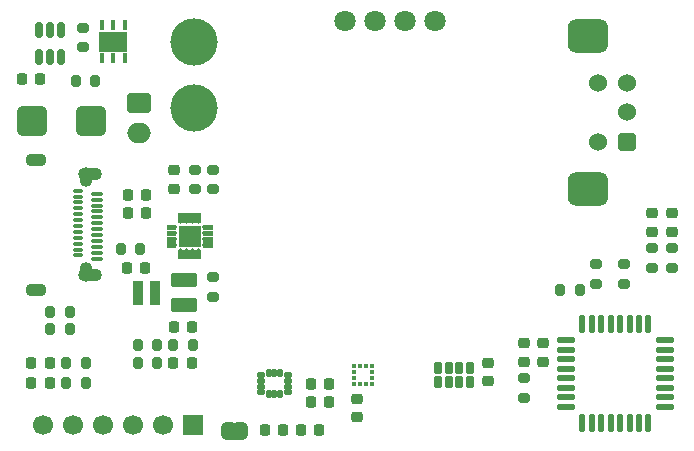
<source format=gts>
G04 #@! TF.GenerationSoftware,KiCad,Pcbnew,9.0.1*
G04 #@! TF.CreationDate,2025-10-21T09:50:54-05:00*
G04 #@! TF.ProjectId,STM32 Cyber Watch,53544d33-3220-4437-9962-657220576174,rev?*
G04 #@! TF.SameCoordinates,Original*
G04 #@! TF.FileFunction,Soldermask,Top*
G04 #@! TF.FilePolarity,Negative*
%FSLAX46Y46*%
G04 Gerber Fmt 4.6, Leading zero omitted, Abs format (unit mm)*
G04 Created by KiCad (PCBNEW 9.0.1) date 2025-10-21 09:50:54*
%MOMM*%
%LPD*%
G01*
G04 APERTURE LIST*
G04 Aperture macros list*
%AMRoundRect*
0 Rectangle with rounded corners*
0 $1 Rounding radius*
0 $2 $3 $4 $5 $6 $7 $8 $9 X,Y pos of 4 corners*
0 Add a 4 corners polygon primitive as box body*
4,1,4,$2,$3,$4,$5,$6,$7,$8,$9,$2,$3,0*
0 Add four circle primitives for the rounded corners*
1,1,$1+$1,$2,$3*
1,1,$1+$1,$4,$5*
1,1,$1+$1,$6,$7*
1,1,$1+$1,$8,$9*
0 Add four rect primitives between the rounded corners*
20,1,$1+$1,$2,$3,$4,$5,0*
20,1,$1+$1,$4,$5,$6,$7,0*
20,1,$1+$1,$6,$7,$8,$9,0*
20,1,$1+$1,$8,$9,$2,$3,0*%
%AMFreePoly0*
4,1,23,0.000000,0.745722,0.065263,0.745722,0.191342,0.711940,0.304381,0.646677,0.396677,0.554381,0.461940,0.441342,0.495722,0.315263,0.495722,0.250000,0.500000,0.250000,0.500000,-0.250000,0.495722,-0.250000,0.495722,-0.315263,0.461940,-0.441342,0.396677,-0.554381,0.304381,-0.646677,0.191342,-0.711940,0.065263,-0.745722,0.000000,-0.745722,0.000000,-0.750000,-0.500000,-0.750000,
-0.500000,0.750000,0.000000,0.750000,0.000000,0.745722,0.000000,0.745722,$1*%
%AMFreePoly1*
4,1,23,0.500000,-0.750000,0.000000,-0.750000,0.000000,-0.745722,-0.065263,-0.745722,-0.191342,-0.711940,-0.304381,-0.646677,-0.396677,-0.554381,-0.461940,-0.441342,-0.495722,-0.315263,-0.495722,-0.250000,-0.500000,-0.250000,-0.500000,0.250000,-0.495722,0.250000,-0.495722,0.315263,-0.461940,0.441342,-0.396677,0.554381,-0.304381,0.646677,-0.191342,0.711940,-0.065263,0.745722,0.000000,0.745722,
0.000000,0.750000,0.500000,0.750000,0.500000,-0.750000,0.500000,-0.750000,$1*%
G04 Aperture macros list end*
%ADD10C,0.010000*%
%ADD11C,0.200000*%
%ADD12RoundRect,0.225000X0.250000X-0.225000X0.250000X0.225000X-0.250000X0.225000X-0.250000X-0.225000X0*%
%ADD13RoundRect,0.225000X-0.250000X0.225000X-0.250000X-0.225000X0.250000X-0.225000X0.250000X0.225000X0*%
%ADD14RoundRect,0.225000X-0.225000X-0.250000X0.225000X-0.250000X0.225000X0.250000X-0.225000X0.250000X0*%
%ADD15RoundRect,0.225000X0.225000X0.250000X-0.225000X0.250000X-0.225000X-0.250000X0.225000X-0.250000X0*%
%ADD16RoundRect,0.218750X-0.218750X-0.256250X0.218750X-0.256250X0.218750X0.256250X-0.218750X0.256250X0*%
%ADD17RoundRect,0.218750X-0.256250X0.218750X-0.256250X-0.218750X0.256250X-0.218750X0.256250X0.218750X0*%
%ADD18RoundRect,0.050000X-0.375000X0.100000X-0.375000X-0.100000X0.375000X-0.100000X0.375000X0.100000X0*%
%ADD19RoundRect,0.050000X-0.450000X0.100000X-0.450000X-0.100000X0.450000X-0.100000X0.450000X0.100000X0*%
%ADD20O,2.000000X1.100000*%
%ADD21O,1.100000X1.700000*%
%ADD22O,1.800000X1.100000*%
%ADD23O,2.000000X1.700000*%
%ADD24RoundRect,0.250000X-0.750000X0.600000X-0.750000X-0.600000X0.750000X-0.600000X0.750000X0.600000X0*%
%ADD25FreePoly0,0.000000*%
%ADD26FreePoly1,0.000000*%
%ADD27RoundRect,0.250000X-0.850000X0.375000X-0.850000X-0.375000X0.850000X-0.375000X0.850000X0.375000X0*%
%ADD28R,2.489200X1.752600*%
%ADD29R,0.406400X0.812800*%
%ADD30RoundRect,0.200000X-0.275000X0.200000X-0.275000X-0.200000X0.275000X-0.200000X0.275000X0.200000X0*%
%ADD31RoundRect,0.200000X0.200000X0.275000X-0.200000X0.275000X-0.200000X-0.275000X0.200000X-0.275000X0*%
%ADD32RoundRect,0.200000X-0.200000X-0.275000X0.200000X-0.275000X0.200000X0.275000X-0.200000X0.275000X0*%
%ADD33RoundRect,0.200000X0.275000X-0.200000X0.275000X0.200000X-0.275000X0.200000X-0.275000X-0.200000X0*%
%ADD34RoundRect,0.725000X-0.975000X-0.725000X0.975000X-0.725000X0.975000X0.725000X-0.975000X0.725000X0*%
%ADD35C,1.524000*%
%ADD36RoundRect,0.250000X0.512000X-0.512000X0.512000X0.512000X-0.512000X0.512000X-0.512000X-0.512000X0*%
%ADD37C,4.000000*%
%ADD38RoundRect,0.375000X0.875000X0.875000X-0.875000X0.875000X-0.875000X-0.875000X0.875000X-0.875000X0*%
%ADD39R,0.375000X0.350000*%
%ADD40R,0.350000X0.375000*%
%ADD41RoundRect,0.102000X0.250000X-0.400000X0.250000X0.400000X-0.250000X0.400000X-0.250000X-0.400000X0*%
%ADD42RoundRect,0.125000X-0.625000X-0.125000X0.625000X-0.125000X0.625000X0.125000X-0.625000X0.125000X0*%
%ADD43RoundRect,0.125000X-0.125000X-0.625000X0.125000X-0.625000X0.125000X0.625000X-0.125000X0.625000X0*%
%ADD44RoundRect,0.150000X-0.150000X0.512500X-0.150000X-0.512500X0.150000X-0.512500X0.150000X0.512500X0*%
%ADD45C,1.800000*%
%ADD46RoundRect,0.102000X-0.237500X-0.125000X0.237500X-0.125000X0.237500X0.125000X-0.237500X0.125000X0*%
%ADD47RoundRect,0.102000X-0.125000X-0.237500X0.125000X-0.237500X0.125000X0.237500X-0.125000X0.237500X0*%
%ADD48R,1.700000X1.700000*%
%ADD49C,1.700000*%
G04 APERTURE END LIST*
G36*
X148100000Y-141950000D02*
G01*
X148400000Y-141950000D01*
X148400000Y-143450000D01*
X148100000Y-143450000D01*
X148100000Y-141950000D01*
G37*
D10*
X146325000Y-127100000D02*
X145625000Y-127100000D01*
X145625000Y-126700000D01*
X146325000Y-126700000D01*
X146325000Y-127100000D01*
G36*
X146325000Y-127100000D02*
G01*
X145625000Y-127100000D01*
X145625000Y-126700000D01*
X146325000Y-126700000D01*
X146325000Y-127100000D01*
G37*
X146325000Y-126600000D02*
X145625000Y-126600000D01*
X145625000Y-126200000D01*
X146325000Y-126200000D01*
X146325000Y-126600000D01*
G36*
X146325000Y-126600000D02*
G01*
X145625000Y-126600000D01*
X145625000Y-126200000D01*
X146325000Y-126200000D01*
X146325000Y-126600000D01*
G37*
X146325000Y-126100000D02*
X145625000Y-126100000D01*
X145625000Y-125700000D01*
X146325000Y-125700000D01*
X146325000Y-126100000D01*
G36*
X146325000Y-126100000D02*
G01*
X145625000Y-126100000D01*
X145625000Y-125700000D01*
X146325000Y-125700000D01*
X146325000Y-126100000D01*
G37*
X146325000Y-125600000D02*
X145625000Y-125600000D01*
X145625000Y-125200000D01*
X146325000Y-125200000D01*
X146325000Y-125600000D01*
G36*
X146325000Y-125600000D02*
G01*
X145625000Y-125600000D01*
X145625000Y-125200000D01*
X146325000Y-125200000D01*
X146325000Y-125600000D01*
G37*
X145375000Y-124950000D02*
X144975000Y-124950000D01*
X144975000Y-124250000D01*
X145375000Y-124250000D01*
X145375000Y-124950000D01*
G36*
X145375000Y-124950000D02*
G01*
X144975000Y-124950000D01*
X144975000Y-124250000D01*
X145375000Y-124250000D01*
X145375000Y-124950000D01*
G37*
X145300000Y-127025000D02*
X143550000Y-127025000D01*
X143550000Y-125275000D01*
X145300000Y-125275000D01*
X145300000Y-127025000D01*
G36*
X145300000Y-127025000D02*
G01*
X143550000Y-127025000D01*
X143550000Y-125275000D01*
X145300000Y-125275000D01*
X145300000Y-127025000D01*
G37*
X145375000Y-128050000D02*
X144975000Y-128050000D01*
X144975000Y-127350000D01*
X145375000Y-127350000D01*
X145375000Y-128050000D01*
G36*
X145375000Y-128050000D02*
G01*
X144975000Y-128050000D01*
X144975000Y-127350000D01*
X145375000Y-127350000D01*
X145375000Y-128050000D01*
G37*
X144875000Y-124950000D02*
X144475000Y-124950000D01*
X144475000Y-124250000D01*
X144875000Y-124250000D01*
X144875000Y-124950000D01*
G36*
X144875000Y-124950000D02*
G01*
X144475000Y-124950000D01*
X144475000Y-124250000D01*
X144875000Y-124250000D01*
X144875000Y-124950000D01*
G37*
X144875000Y-128050000D02*
X144475000Y-128050000D01*
X144475000Y-127350000D01*
X144875000Y-127350000D01*
X144875000Y-128050000D01*
G36*
X144875000Y-128050000D02*
G01*
X144475000Y-128050000D01*
X144475000Y-127350000D01*
X144875000Y-127350000D01*
X144875000Y-128050000D01*
G37*
X144375000Y-124950000D02*
X143975000Y-124950000D01*
X143975000Y-124250000D01*
X144375000Y-124250000D01*
X144375000Y-124950000D01*
G36*
X144375000Y-124950000D02*
G01*
X143975000Y-124950000D01*
X143975000Y-124250000D01*
X144375000Y-124250000D01*
X144375000Y-124950000D01*
G37*
X144375000Y-128050000D02*
X143975000Y-128050000D01*
X143975000Y-127350000D01*
X144375000Y-127350000D01*
X144375000Y-128050000D01*
G36*
X144375000Y-128050000D02*
G01*
X143975000Y-128050000D01*
X143975000Y-127350000D01*
X144375000Y-127350000D01*
X144375000Y-128050000D01*
G37*
X143875000Y-124950000D02*
X143475000Y-124950000D01*
X143475000Y-124250000D01*
X143875000Y-124250000D01*
X143875000Y-124950000D01*
G36*
X143875000Y-124950000D02*
G01*
X143475000Y-124950000D01*
X143475000Y-124250000D01*
X143875000Y-124250000D01*
X143875000Y-124950000D01*
G37*
X143875000Y-128050000D02*
X143475000Y-128050000D01*
X143475000Y-127350000D01*
X143875000Y-127350000D01*
X143875000Y-128050000D01*
G36*
X143875000Y-128050000D02*
G01*
X143475000Y-128050000D01*
X143475000Y-127350000D01*
X143875000Y-127350000D01*
X143875000Y-128050000D01*
G37*
X143225000Y-127100000D02*
X142525000Y-127100000D01*
X142525000Y-126700000D01*
X143225000Y-126700000D01*
X143225000Y-127100000D01*
G36*
X143225000Y-127100000D02*
G01*
X142525000Y-127100000D01*
X142525000Y-126700000D01*
X143225000Y-126700000D01*
X143225000Y-127100000D01*
G37*
X143225000Y-126600000D02*
X142525000Y-126600000D01*
X142525000Y-126200000D01*
X143225000Y-126200000D01*
X143225000Y-126600000D01*
G36*
X143225000Y-126600000D02*
G01*
X142525000Y-126600000D01*
X142525000Y-126200000D01*
X143225000Y-126200000D01*
X143225000Y-126600000D01*
G37*
X143225000Y-126100000D02*
X142525000Y-126100000D01*
X142525000Y-125700000D01*
X143225000Y-125700000D01*
X143225000Y-126100000D01*
G36*
X143225000Y-126100000D02*
G01*
X142525000Y-126100000D01*
X142525000Y-125700000D01*
X143225000Y-125700000D01*
X143225000Y-126100000D01*
G37*
X143225000Y-125600000D02*
X142525000Y-125600000D01*
X142525000Y-125200000D01*
X143225000Y-125200000D01*
X143225000Y-125600000D01*
G36*
X143225000Y-125600000D02*
G01*
X142525000Y-125600000D01*
X142525000Y-125200000D01*
X143225000Y-125200000D01*
X143225000Y-125600000D01*
G37*
D11*
X145725000Y-126900000D02*
G75*
G02*
X145525000Y-126900000I-100000J0D01*
G01*
X145525000Y-126900000D02*
G75*
G02*
X145725000Y-126900000I100000J0D01*
G01*
X145725000Y-126400000D02*
G75*
G02*
X145525000Y-126400000I-100000J0D01*
G01*
X145525000Y-126400000D02*
G75*
G02*
X145725000Y-126400000I100000J0D01*
G01*
X145725000Y-125900000D02*
G75*
G02*
X145525000Y-125900000I-100000J0D01*
G01*
X145525000Y-125900000D02*
G75*
G02*
X145725000Y-125900000I100000J0D01*
G01*
X145725000Y-125400000D02*
G75*
G02*
X145525000Y-125400000I-100000J0D01*
G01*
X145525000Y-125400000D02*
G75*
G02*
X145725000Y-125400000I100000J0D01*
G01*
X145275000Y-127350000D02*
G75*
G02*
X145075000Y-127350000I-100000J0D01*
G01*
X145075000Y-127350000D02*
G75*
G02*
X145275000Y-127350000I100000J0D01*
G01*
X145275000Y-124950000D02*
G75*
G02*
X145075000Y-124950000I-100000J0D01*
G01*
X145075000Y-124950000D02*
G75*
G02*
X145275000Y-124950000I100000J0D01*
G01*
X144775000Y-127350000D02*
G75*
G02*
X144575000Y-127350000I-100000J0D01*
G01*
X144575000Y-127350000D02*
G75*
G02*
X144775000Y-127350000I100000J0D01*
G01*
X144775000Y-124950000D02*
G75*
G02*
X144575000Y-124950000I-100000J0D01*
G01*
X144575000Y-124950000D02*
G75*
G02*
X144775000Y-124950000I100000J0D01*
G01*
X144275000Y-127350000D02*
G75*
G02*
X144075000Y-127350000I-100000J0D01*
G01*
X144075000Y-127350000D02*
G75*
G02*
X144275000Y-127350000I100000J0D01*
G01*
X144275000Y-124950000D02*
G75*
G02*
X144075000Y-124950000I-100000J0D01*
G01*
X144075000Y-124950000D02*
G75*
G02*
X144275000Y-124950000I100000J0D01*
G01*
X143775000Y-127350000D02*
G75*
G02*
X143575000Y-127350000I-100000J0D01*
G01*
X143575000Y-127350000D02*
G75*
G02*
X143775000Y-127350000I100000J0D01*
G01*
X143775000Y-124950000D02*
G75*
G02*
X143575000Y-124950000I-100000J0D01*
G01*
X143575000Y-124950000D02*
G75*
G02*
X143775000Y-124950000I100000J0D01*
G01*
X143325000Y-126900000D02*
G75*
G02*
X143125000Y-126900000I-100000J0D01*
G01*
X143125000Y-126900000D02*
G75*
G02*
X143325000Y-126900000I100000J0D01*
G01*
X143325000Y-126400000D02*
G75*
G02*
X143125000Y-126400000I-100000J0D01*
G01*
X143125000Y-126400000D02*
G75*
G02*
X143325000Y-126400000I100000J0D01*
G01*
X143325000Y-125900000D02*
G75*
G02*
X143125000Y-125900000I-100000J0D01*
G01*
X143125000Y-125900000D02*
G75*
G02*
X143325000Y-125900000I100000J0D01*
G01*
X143325000Y-125400000D02*
G75*
G02*
X143125000Y-125400000I-100000J0D01*
G01*
X143125000Y-125400000D02*
G75*
G02*
X143325000Y-125400000I100000J0D01*
G01*
D10*
X140410000Y-130410000D02*
X139650000Y-130410000D01*
X139650000Y-129990000D01*
X140410000Y-129990000D01*
X140410000Y-130410000D01*
G36*
X140410000Y-130410000D02*
G01*
X139650000Y-130410000D01*
X139650000Y-129990000D01*
X140410000Y-129990000D01*
X140410000Y-130410000D01*
G37*
X140410000Y-130910000D02*
X139650000Y-130910000D01*
X139650000Y-130490000D01*
X140410000Y-130490000D01*
X140410000Y-130910000D01*
G36*
X140410000Y-130910000D02*
G01*
X139650000Y-130910000D01*
X139650000Y-130490000D01*
X140410000Y-130490000D01*
X140410000Y-130910000D01*
G37*
X140410000Y-131410000D02*
X139650000Y-131410000D01*
X139650000Y-130990000D01*
X140410000Y-130990000D01*
X140410000Y-131410000D01*
G36*
X140410000Y-131410000D02*
G01*
X139650000Y-131410000D01*
X139650000Y-130990000D01*
X140410000Y-130990000D01*
X140410000Y-131410000D01*
G37*
X140410000Y-131910000D02*
X139650000Y-131910000D01*
X139650000Y-131490000D01*
X140410000Y-131490000D01*
X140410000Y-131910000D01*
G36*
X140410000Y-131910000D02*
G01*
X139650000Y-131910000D01*
X139650000Y-131490000D01*
X140410000Y-131490000D01*
X140410000Y-131910000D01*
G37*
X141880000Y-130410000D02*
X141120000Y-130410000D01*
X141120000Y-129990000D01*
X141880000Y-129990000D01*
X141880000Y-130410000D01*
G36*
X141880000Y-130410000D02*
G01*
X141120000Y-130410000D01*
X141120000Y-129990000D01*
X141880000Y-129990000D01*
X141880000Y-130410000D01*
G37*
X141880000Y-130910000D02*
X141120000Y-130910000D01*
X141120000Y-130490000D01*
X141880000Y-130490000D01*
X141880000Y-130910000D01*
G36*
X141880000Y-130910000D02*
G01*
X141120000Y-130910000D01*
X141120000Y-130490000D01*
X141880000Y-130490000D01*
X141880000Y-130910000D01*
G37*
X141880000Y-131410000D02*
X141120000Y-131410000D01*
X141120000Y-130990000D01*
X141880000Y-130990000D01*
X141880000Y-131410000D01*
G36*
X141880000Y-131410000D02*
G01*
X141120000Y-131410000D01*
X141120000Y-130990000D01*
X141880000Y-130990000D01*
X141880000Y-131410000D01*
G37*
X141880000Y-131910000D02*
X141120000Y-131910000D01*
X141120000Y-131490000D01*
X141880000Y-131490000D01*
X141880000Y-131910000D01*
G36*
X141880000Y-131910000D02*
G01*
X141120000Y-131910000D01*
X141120000Y-131490000D01*
X141880000Y-131490000D01*
X141880000Y-131910000D01*
G37*
D12*
X143150000Y-122150000D03*
X143150000Y-120600000D03*
D13*
X172800000Y-136800000D03*
X172800000Y-135250000D03*
D14*
X152400000Y-142600000D03*
X150850000Y-142600000D03*
D15*
X153900000Y-142600000D03*
X155450000Y-142600000D03*
D12*
X158600000Y-139950000D03*
X158600000Y-141500000D03*
D14*
X156275000Y-140200000D03*
X154725000Y-140200000D03*
X131800000Y-112900000D03*
X130250000Y-112900000D03*
D12*
X174400000Y-135250000D03*
X174400000Y-136800000D03*
D15*
X154725000Y-138700000D03*
X156275000Y-138700000D03*
X139250000Y-124200000D03*
X140800000Y-124200000D03*
D14*
X140800000Y-122700000D03*
X139250000Y-122700000D03*
D15*
X139125000Y-128825000D03*
X140675000Y-128825000D03*
D14*
X144650000Y-133900000D03*
X143100000Y-133900000D03*
D16*
X132600000Y-136900000D03*
X131025000Y-136900000D03*
X132600000Y-138600000D03*
X131025000Y-138600000D03*
X144660000Y-136900000D03*
X143085000Y-136900000D03*
D17*
X185300000Y-125787500D03*
X185300000Y-124212500D03*
D18*
X134980000Y-122325000D03*
X134980000Y-122820000D03*
X134980000Y-123320000D03*
X134980000Y-123815000D03*
X134980000Y-124310000D03*
X134980000Y-124810000D03*
X134980000Y-125310000D03*
X134980000Y-125800000D03*
X134980000Y-126305000D03*
X134980000Y-126805000D03*
X134980000Y-127305000D03*
X134980000Y-127805000D03*
D19*
X136580000Y-128075000D03*
X136580000Y-127575000D03*
X136580000Y-127075000D03*
X136580000Y-126575000D03*
X136580000Y-126075000D03*
X136580000Y-125575000D03*
X136580000Y-125075000D03*
X136580000Y-124575000D03*
X136580000Y-124075000D03*
X136580000Y-123575000D03*
X136580000Y-123075000D03*
X136580000Y-122575000D03*
D20*
X136050000Y-129500000D03*
D21*
X135650000Y-129200000D03*
X135650000Y-121200000D03*
D20*
X136050000Y-120900000D03*
D22*
X131450000Y-119700000D03*
X131450000Y-130700000D03*
D23*
X140200000Y-117400000D03*
D24*
X140200000Y-114900000D03*
D25*
X148900000Y-142700000D03*
D26*
X147600000Y-142700000D03*
D27*
X144000000Y-132000000D03*
X144000000Y-129850000D03*
D28*
X138000000Y-109697000D03*
D29*
X138950001Y-111094000D03*
X138000000Y-111094000D03*
X137049999Y-111094000D03*
X137049999Y-108300000D03*
X138000000Y-108300000D03*
X138950001Y-108300000D03*
D30*
X181200000Y-130200000D03*
X181200000Y-128550000D03*
X178900000Y-130200000D03*
X178900000Y-128550000D03*
D31*
X132675000Y-134050000D03*
X134325000Y-134050000D03*
X132675000Y-132550000D03*
X134325000Y-132550000D03*
D30*
X135399999Y-110175901D03*
X135399999Y-108525901D03*
D31*
X134800000Y-113050901D03*
X136450000Y-113050901D03*
D30*
X172800000Y-139850000D03*
X172800000Y-138200000D03*
D32*
X177500000Y-130700000D03*
X175850000Y-130700000D03*
D31*
X135650000Y-136900000D03*
X134000000Y-136900000D03*
X134000000Y-138600000D03*
X135650000Y-138600000D03*
D30*
X146400000Y-122200000D03*
X146400000Y-120550000D03*
D33*
X146450000Y-129650000D03*
X146450000Y-131300000D03*
D32*
X141700000Y-135400000D03*
X140050000Y-135400000D03*
D31*
X140050000Y-136900000D03*
X141700000Y-136900000D03*
X138625000Y-127300000D03*
X140275000Y-127300000D03*
D32*
X144700000Y-135400000D03*
X143050000Y-135400000D03*
D33*
X183600000Y-127187500D03*
X183600000Y-128837500D03*
X185300000Y-127187500D03*
X185300000Y-128837500D03*
X144900000Y-120550000D03*
X144900000Y-122200000D03*
D34*
X178200000Y-109250000D03*
X178200000Y-122150000D03*
D35*
X179000000Y-113200000D03*
X179000000Y-118200000D03*
X181500000Y-115700000D03*
X181500000Y-113200000D03*
D36*
X181500000Y-118200000D03*
D37*
X144800000Y-109700000D03*
X144800000Y-115300000D03*
D38*
X136100000Y-116400000D03*
X131100000Y-116400000D03*
D17*
X183600000Y-124212500D03*
X183600000Y-125787500D03*
D39*
X158375000Y-137200000D03*
X158375000Y-137700000D03*
X158375000Y-138200000D03*
X158375000Y-138700000D03*
D40*
X158887500Y-138712500D03*
X159387500Y-138712500D03*
D39*
X159900000Y-138700000D03*
X159900000Y-138200000D03*
X159900000Y-137700000D03*
X159900000Y-137200000D03*
D40*
X159387500Y-137187500D03*
X158887500Y-137187500D03*
D13*
X169700000Y-136900000D03*
X169700000Y-138450000D03*
D41*
X165500000Y-138500000D03*
X166400000Y-138500000D03*
X167300000Y-138500000D03*
X168200000Y-138500000D03*
X168200000Y-137300000D03*
X167300000Y-137300000D03*
X166400000Y-137300000D03*
X165500000Y-137300000D03*
D42*
X176325000Y-135000000D03*
X176325000Y-135800000D03*
X176325000Y-136600000D03*
X176325000Y-137400000D03*
X176325000Y-138200000D03*
X176325000Y-139000000D03*
X176325000Y-139800000D03*
X176325000Y-140600000D03*
D43*
X177700000Y-141975000D03*
X178500000Y-141975000D03*
X179300000Y-141975000D03*
X180100000Y-141975000D03*
X180900000Y-141975000D03*
X181700000Y-141975000D03*
X182500000Y-141975000D03*
X183300000Y-141975000D03*
D42*
X184675000Y-140600000D03*
X184675000Y-139800000D03*
X184675000Y-139000000D03*
X184675000Y-138200000D03*
X184675000Y-137400000D03*
X184675000Y-136600000D03*
X184675000Y-135800000D03*
X184675000Y-135000000D03*
D43*
X183300000Y-133625000D03*
X182500000Y-133625000D03*
X181700000Y-133625000D03*
X180900000Y-133625000D03*
X180100000Y-133625000D03*
X179300000Y-133625000D03*
X178500000Y-133625000D03*
X177700000Y-133625000D03*
D44*
X133599999Y-108713401D03*
X132649999Y-108713401D03*
X131699999Y-108713401D03*
X131699999Y-110988401D03*
X132649999Y-110988401D03*
X133599999Y-110988401D03*
D45*
X157630000Y-107950000D03*
X160170000Y-107950000D03*
X162710000Y-107950000D03*
X165250000Y-107950000D03*
D46*
X150475000Y-137900000D03*
X150475000Y-138400000D03*
X150475000Y-138900000D03*
X150475000Y-139400000D03*
D47*
X151137500Y-139562500D03*
X151637500Y-139562500D03*
X152137500Y-139562500D03*
D46*
X152800000Y-139400000D03*
X152800000Y-138900000D03*
X152800000Y-138400000D03*
X152800000Y-137900000D03*
D47*
X152137500Y-137737500D03*
X151637500Y-137737500D03*
X151137500Y-137737500D03*
D48*
X144700000Y-142200000D03*
D49*
X142160000Y-142200000D03*
X139620000Y-142200000D03*
X137080000Y-142200000D03*
X134540000Y-142200000D03*
X132000000Y-142200000D03*
M02*

</source>
